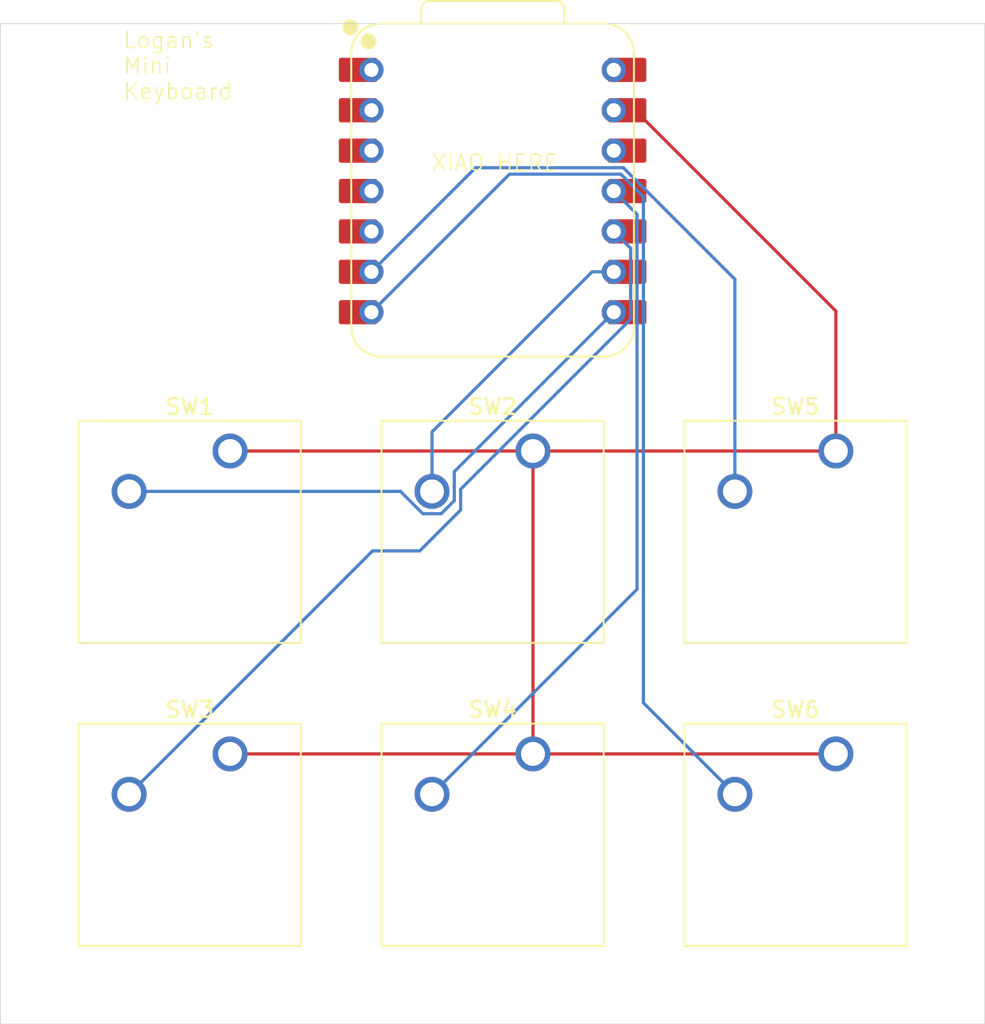
<source format=kicad_pcb>
(kicad_pcb (version 20241229) (generator "pcbnew") (generator_version "9.0")
  (layers (0 "F.Cu" signal) (2 "B.Cu" signal) (13 "F.Paste" user) (15 "B.Paste" user) (5 "F.SilkS" user "F.Silkscreen") (7 "B.SilkS" user "B.Silkscreen") (1 "F.Mask" user) (3 "B.Mask" user) (25 "Edge.Cuts" user))
  (net 0 "")
  (net 1 "Net-(D1-DIN)")
  (net 2 "+5V")
  (net 3 "GND")
  (net 4 "Net-(U1-GPIO1{slash}RX)")
  (net 5 "Net-(U1-GPIO2{slash}SCK)")
  (net 6 "Net-(U1-GPIO4{slash}MISO)")
  (net 7 "Net-(U1-GPIO3{slash}MOSI)")
  (net 9 "Net-(U1-GPIO7{slash}SCL)")
  (net 14 "Net-(U1-GPIO0{slash}TX)")
  (footprint "Button_Switch_Keyboard:SW_Cherry_MX_1.00u_PCB" (layer "F.Cu") (at 228.75875 104.4575)
    (property "Reference" "SW4" (at -2.54 -2.794 0) (layer "F.SilkS"))
    (property "Value" "SW_Push")
    (fp_line (start -9.525 -1.905) (end 4.445 -1.905) (stroke (width 0.12)) (layer "F.SilkS"))
    (fp_line (start -9.525 12.065) (end -9.525 -1.905) (stroke (width 0.12)) (layer "F.SilkS"))
    (fp_line (start 4.445 -1.905) (end 4.445 12.065) (stroke (width 0.12)) (layer "F.SilkS"))
    (fp_line (start 4.445 12.065) (end -9.525 12.065) (stroke (width 0.12)) (layer "F.SilkS"))
    (pad "" np_thru_hole circle (at -7.62 5.08) (size 1.7 1.7) (drill 1.7) (layers "*.Cu" "*.Mask"))
    (pad "" np_thru_hole circle (at -2.54 5.08) (size 4 4) (drill 4) (layers "*.Cu" "*.Mask"))
    (pad "" np_thru_hole circle (at 2.54 5.08) (size 1.7 1.7) (drill 1.7) (layers "*.Cu" "*.Mask"))
    (pad "1" thru_hole circle (at 0 0) (size 2.2 2.2) (drill 1.5) (layers "*.Cu" "*.Mask") (net 3 "GND"))
    (pad "2" thru_hole circle (at -6.35 2.54) (size 2.2 2.2) (drill 1.5) (layers "*.Cu" "*.Mask") (net 7 "Net-(U1-GPIO3{slash}MOSI)"))
  )
  (footprint "OPL:XIAO-RP2040-DIP" (layer "F.Cu") (at 226.21875 69.05625)
    (property "Reference" "U1" (hide yes))
    (property "Value" "XIAO-RP2040-DIP")
    (fp_line (start -8.89 8.509) (end -8.89 -8.636) (stroke (width 0.127)) (layer "F.SilkS"))
    (fp_line (start -6.985 10.414) (end 6.985 10.414) (stroke (width 0.127)) (layer "F.SilkS"))
    (fp_line (start -4.495 -10.541) (end -4.491272 -11.451272) (stroke (width 0.127)) (layer "F.SilkS"))
    (fp_line (start -3.991272 -11.951) (end 4.004 -11.951) (stroke (width 0.127)) (layer "F.SilkS"))
    (fp_line (start 4.504 -11.451) (end 4.504 -10.541) (stroke (width 0.127)) (layer "F.SilkS"))
    (fp_line (start 6.985 -10.541) (end -6.985 -10.541) (stroke (width 0.1)) (layer "F.SilkS"))
    (fp_line (start 6.985 -10.541) (end -6.985 -10.541) (stroke (width 0.127)) (layer "F.SilkS"))
    (fp_line (start 8.89 8.509) (end 8.89 -8.636) (stroke (width 0.127)) (layer "F.SilkS"))
    (fp_arc (start -8.89 -8.636) (mid -8.332038 -9.983038) (end -6.985 -10.541) (stroke (width 0.127)) (layer "F.SilkS"))
    (fp_arc (start -6.985 10.414) (mid -8.332038 9.856038) (end -8.89 8.509) (stroke (width 0.127)) (layer "F.SilkS"))
    (fp_arc (start -4.491272 -11.451272) (mid -4.344728 -11.80464) (end -3.991272 -11.951) (stroke (width 0.127)) (layer "F.SilkS"))
    (fp_arc (start 4.004 -11.951) (mid 4.357553 -11.804553) (end 4.504 -11.451) (stroke (width 0.127)) (layer "F.SilkS"))
    (fp_arc (start 6.985 -10.541) (mid 8.332038 -9.983038) (end 8.89 -8.636) (stroke (width 0.127)) (layer "F.SilkS"))
    (fp_arc (start 8.89 8.509) (mid 8.332038 9.856038) (end 6.985 10.414) (stroke (width 0.127)) (layer "F.SilkS"))
    (fp_circle (center -8.95 -10.3) (end -8.95 -10.554) (stroke (width 0.5)) (fill yes) (layer "F.SilkS"))
    (fp_circle (center -7.807 -9.42) (end -7.807 -9.674) (stroke (width 0.5)) (fill yes) (layer "F.SilkS"))
    (pad "1" smd roundrect (at -8.455 -7.62 180) (size 2.432 1.524) (layers "F.Cu" "F.Mask") (roundrect_rratio 0.1))
    (pad "1" thru_hole circle (at -7.62 -7.62 180) (size 1.524 1.524) (drill 0.889) (layers "*.Cu" "*.Mask"))
    (pad "2" smd roundrect (at -8.455 -5.08 180) (size 2.432 1.524) (layers "F.Cu" "F.Mask") (roundrect_rratio 0.1))
    (pad "2" thru_hole circle (at -7.62 -5.08 180) (size 1.524 1.524) (drill 0.889) (layers "*.Cu" "*.Mask"))
    (pad "3" smd roundrect (at -8.455 -2.54 180) (size 2.432 1.524) (layers "F.Cu" "F.Mask") (roundrect_rratio 0.1))
    (pad "3" thru_hole circle (at -7.62 -2.54 180) (size 1.524 1.524) (drill 0.889) (layers "*.Cu" "*.Mask"))
    (pad "4" smd roundrect (at -8.455 0 180) (size 2.432 1.524) (layers "F.Cu" "F.Mask") (roundrect_rratio 0.1))
    (pad "4" thru_hole circle (at -7.62 0 180) (size 1.524 1.524) (drill 0.889) (layers "*.Cu" "*.Mask"))
    (pad "5" smd roundrect (at -8.455 2.54 180) (size 2.432 1.524) (layers "F.Cu" "F.Mask") (roundrect_rratio 0.1) (net 1 "Net-(D1-DIN)"))
    (pad "5" thru_hole circle (at -7.62 2.54 180) (size 1.524 1.524) (drill 0.889) (layers "*.Cu" "*.Mask") (net 1 "Net-(D1-DIN)"))
    (pad "6" smd roundrect (at -8.455 5.08 180) (size 2.432 1.524) (layers "F.Cu" "F.Mask") (roundrect_rratio 0.1) (net 9 "Net-(U1-GPIO7{slash}SCL)"))
    (pad "6" thru_hole circle (at -7.62 5.08 180) (size 1.524 1.524) (drill 0.889) (layers "*.Cu" "*.Mask") (net 9 "Net-(U1-GPIO7{slash}SCL)"))
    (pad "7" smd roundrect (at -8.455 7.62 180) (size 2.432 1.524) (layers "F.Cu" "F.Mask") (roundrect_rratio 0.1) (net 14 "Net-(U1-GPIO0{slash}TX)"))
    (pad "7" thru_hole circle (at -7.62 7.62 180) (size 1.524 1.524) (drill 0.889) (layers "*.Cu" "*.Mask") (net 14 "Net-(U1-GPIO0{slash}TX)"))
    (pad "8" thru_hole circle (at 7.62 7.62) (size 1.524 1.524) (drill 0.889) (layers "*.Cu" "*.Mask") (net 4 "Net-(U1-GPIO1{slash}RX)"))
    (pad "8" smd roundrect (at 8.455 7.62) (size 2.432 1.524) (layers "F.Cu" "F.Mask") (roundrect_rratio 0.1) (net 4 "Net-(U1-GPIO1{slash}RX)"))
    (pad "9" thru_hole circle (at 7.62 5.08) (size 1.524 1.524) (drill 0.889) (layers "*.Cu" "*.Mask") (net 5 "Net-(U1-GPIO2{slash}SCK)"))
    (pad "9" smd roundrect (at 8.455 5.08) (size 2.432 1.524) (layers "F.Cu" "F.Mask") (roundrect_rratio 0.1) (net 5 "Net-(U1-GPIO2{slash}SCK)"))
    (pad "10" thru_hole circle (at 7.62 2.54) (size 1.524 1.524) (drill 0.889) (layers "*.Cu" "*.Mask") (net 6 "Net-(U1-GPIO4{slash}MISO)"))
    (pad "10" smd roundrect (at 8.455 2.54) (size 2.432 1.524) (layers "F.Cu" "F.Mask") (roundrect_rratio 0.1) (net 6 "Net-(U1-GPIO4{slash}MISO)"))
    (pad "11" thru_hole circle (at 7.62 0) (size 1.524 1.524) (drill 0.889) (layers "*.Cu" "*.Mask") (net 7 "Net-(U1-GPIO3{slash}MOSI)"))
    (pad "11" smd roundrect (at 8.455 0) (size 2.432 1.524) (layers "F.Cu" "F.Mask") (roundrect_rratio 0.1) (net 7 "Net-(U1-GPIO3{slash}MOSI)"))
    (pad "12" thru_hole circle (at 7.62 -2.54) (size 1.524 1.524) (drill 0.889) (layers "*.Cu" "*.Mask"))
    (pad "12" smd roundrect (at 8.455 -2.54) (size 2.432 1.524) (layers "F.Cu" "F.Mask") (roundrect_rratio 0.1))
    (pad "13" thru_hole circle (at 7.62 -5.08) (size 1.524 1.524) (drill 0.889) (layers "*.Cu" "*.Mask") (net 3 "GND"))
    (pad "13" smd roundrect (at 8.455 -5.08) (size 2.432 1.524) (layers "F.Cu" "F.Mask") (roundrect_rratio 0.1) (net 3 "GND"))
    (pad "14" thru_hole circle (at 7.62 -7.62) (size 1.524 1.524) (drill 0.889) (layers "*.Cu" "*.Mask") (net 2 "+5V"))
    (pad "14" smd roundrect (at 8.455 -7.62) (size 2.432 1.524) (layers "F.Cu" "F.Mask") (roundrect_rratio 0.1) (net 2 "+5V"))
  )
  (footprint "Button_Switch_Keyboard:SW_Cherry_MX_1.00u_PCB" (layer "F.Cu") (at 209.70875 85.4075)
    (property "Reference" "SW1" (at -2.54 -2.794 0) (layer "F.SilkS"))
    (property "Value" "SW_Push")
    (fp_line (start -9.525 -1.905) (end 4.445 -1.905) (stroke (width 0.12)) (layer "F.SilkS"))
    (fp_line (start -9.525 12.065) (end -9.525 -1.905) (stroke (width 0.12)) (layer "F.SilkS"))
    (fp_line (start 4.445 -1.905) (end 4.445 12.065) (stroke (width 0.12)) (layer "F.SilkS"))
    (fp_line (start 4.445 12.065) (end -9.525 12.065) (stroke (width 0.12)) (layer "F.SilkS"))
    (pad "" np_thru_hole circle (at -7.62 5.08) (size 1.7 1.7) (drill 1.7) (layers "*.Cu" "*.Mask"))
    (pad "" np_thru_hole circle (at -2.54 5.08) (size 4 4) (drill 4) (layers "*.Cu" "*.Mask"))
    (pad "" np_thru_hole circle (at 2.54 5.08) (size 1.7 1.7) (drill 1.7) (layers "*.Cu" "*.Mask"))
    (pad "1" thru_hole circle (at 0 0) (size 2.2 2.2) (drill 1.5) (layers "*.Cu" "*.Mask") (net 3 "GND"))
    (pad "2" thru_hole circle (at -6.35 2.54) (size 2.2 2.2) (drill 1.5) (layers "*.Cu" "*.Mask") (net 4 "Net-(U1-GPIO1{slash}RX)"))
  )
  (footprint "Button_Switch_Keyboard:SW_Cherry_MX_1.00u_PCB" (layer "F.Cu") (at 247.80875 104.4575)
    (property "Reference" "SW6" (at -2.54 -2.794 0) (layer "F.SilkS"))
    (property "Value" "SW_Push")
    (fp_line (start -9.525 -1.905) (end 4.445 -1.905) (stroke (width 0.12)) (layer "F.SilkS"))
    (fp_line (start -9.525 12.065) (end -9.525 -1.905) (stroke (width 0.12)) (layer "F.SilkS"))
    (fp_line (start 4.445 -1.905) (end 4.445 12.065) (stroke (width 0.12)) (layer "F.SilkS"))
    (fp_line (start 4.445 12.065) (end -9.525 12.065) (stroke (width 0.12)) (layer "F.SilkS"))
    (pad "" np_thru_hole circle (at -7.62 5.08) (size 1.7 1.7) (drill 1.7) (layers "*.Cu" "*.Mask"))
    (pad "" np_thru_hole circle (at -2.54 5.08) (size 4 4) (drill 4) (layers "*.Cu" "*.Mask"))
    (pad "" np_thru_hole circle (at 2.54 5.08) (size 1.7 1.7) (drill 1.7) (layers "*.Cu" "*.Mask"))
    (pad "1" thru_hole circle (at 0 0) (size 2.2 2.2) (drill 1.5) (layers "*.Cu" "*.Mask") (net 3 "GND"))
    (pad "2" thru_hole circle (at -6.35 2.54) (size 2.2 2.2) (drill 1.5) (layers "*.Cu" "*.Mask") (net 14 "Net-(U1-GPIO0{slash}TX)"))
  )
  (footprint "Button_Switch_Keyboard:SW_Cherry_MX_1.00u_PCB" (layer "F.Cu") (at 228.75875 85.4075)
    (property "Reference" "SW2" (at -2.54 -2.794 0) (layer "F.SilkS"))
    (property "Value" "SW_Push")
    (fp_line (start -9.525 -1.905) (end 4.445 -1.905) (stroke (width 0.12)) (layer "F.SilkS"))
    (fp_line (start -9.525 12.065) (end -9.525 -1.905) (stroke (width 0.12)) (layer "F.SilkS"))
    (fp_line (start 4.445 -1.905) (end 4.445 12.065) (stroke (width 0.12)) (layer "F.SilkS"))
    (fp_line (start 4.445 12.065) (end -9.525 12.065) (stroke (width 0.12)) (layer "F.SilkS"))
    (pad "" np_thru_hole circle (at -7.62 5.08) (size 1.7 1.7) (drill 1.7) (layers "*.Cu" "*.Mask"))
    (pad "" np_thru_hole circle (at -2.54 5.08) (size 4 4) (drill 4) (layers "*.Cu" "*.Mask"))
    (pad "" np_thru_hole circle (at 2.54 5.08) (size 1.7 1.7) (drill 1.7) (layers "*.Cu" "*.Mask"))
    (pad "1" thru_hole circle (at 0 0) (size 2.2 2.2) (drill 1.5) (layers "*.Cu" "*.Mask") (net 3 "GND"))
    (pad "2" thru_hole circle (at -6.35 2.54) (size 2.2 2.2) (drill 1.5) (layers "*.Cu" "*.Mask") (net 5 "Net-(U1-GPIO2{slash}SCK)"))
  )
  (footprint "Button_Switch_Keyboard:SW_Cherry_MX_1.00u_PCB" (layer "F.Cu") (at 247.80875 85.4075)
    (property "Reference" "SW5" (at -2.54 -2.794 0) (layer "F.SilkS"))
    (property "Value" "SW_Push")
    (fp_line (start -9.525 -1.905) (end 4.445 -1.905) (stroke (width 0.12)) (layer "F.SilkS"))
    (fp_line (start -9.525 12.065) (end -9.525 -1.905) (stroke (width 0.12)) (layer "F.SilkS"))
    (fp_line (start 4.445 -1.905) (end 4.445 12.065) (stroke (width 0.12)) (layer "F.SilkS"))
    (fp_line (start 4.445 12.065) (end -9.525 12.065) (stroke (width 0.12)) (layer "F.SilkS"))
    (pad "" np_thru_hole circle (at -7.62 5.08) (size 1.7 1.7) (drill 1.7) (layers "*.Cu" "*.Mask"))
    (pad "" np_thru_hole circle (at -2.54 5.08) (size 4 4) (drill 4) (layers "*.Cu" "*.Mask"))
    (pad "" np_thru_hole circle (at 2.54 5.08) (size 1.7 1.7) (drill 1.7) (layers "*.Cu" "*.Mask"))
    (pad "1" thru_hole circle (at 0 0) (size 2.2 2.2) (drill 1.5) (layers "*.Cu" "*.Mask") (net 3 "GND"))
    (pad "2" thru_hole circle (at -6.35 2.54) (size 2.2 2.2) (drill 1.5) (layers "*.Cu" "*.Mask") (net 9 "Net-(U1-GPIO7{slash}SCL)"))
  )
  (footprint "Button_Switch_Keyboard:SW_Cherry_MX_1.00u_PCB" (layer "F.Cu") (at 209.70875 104.4575)
    (property "Reference" "SW3" (at -2.54 -2.794 0) (layer "F.SilkS"))
    (property "Value" "SW_Push")
    (fp_line (start -9.525 -1.905) (end 4.445 -1.905) (stroke (width 0.12)) (layer "F.SilkS"))
    (fp_line (start -9.525 12.065) (end -9.525 -1.905) (stroke (width 0.12)) (layer "F.SilkS"))
    (fp_line (start 4.445 -1.905) (end 4.445 12.065) (stroke (width 0.12)) (layer "F.SilkS"))
    (fp_line (start 4.445 12.065) (end -9.525 12.065) (stroke (width 0.12)) (layer "F.SilkS"))
    (pad "" np_thru_hole circle (at -7.62 5.08) (size 1.7 1.7) (drill 1.7) (layers "*.Cu" "*.Mask"))
    (pad "" np_thru_hole circle (at -2.54 5.08) (size 4 4) (drill 4) (layers "*.Cu" "*.Mask"))
    (pad "" np_thru_hole circle (at 2.54 5.08) (size 1.7 1.7) (drill 1.7) (layers "*.Cu" "*.Mask"))
    (pad "1" thru_hole circle (at 0 0) (size 2.2 2.2) (drill 1.5) (layers "*.Cu" "*.Mask") (net 3 "GND"))
    (pad "2" thru_hole circle (at -6.35 2.54) (size 2.2 2.2) (drill 1.5) (layers "*.Cu" "*.Mask") (net 6 "Net-(U1-GPIO4{slash}MISO)"))
  )
  (gr_rect (start 195.2625 58.53125) (end 257.175 121.44375) (stroke (width 0.05)) (fill no) (layer "Edge.Cuts"))
  (gr_text "XIAO HERE" (at 222.31 67.86 0) (layer "F.SilkS") (effects (font (size 1 1) (thickness 0.1)) (justify left bottom)))
  (gr_text "Logan's\nMini\nKeyboard" (at 202.93 63.37 0) (layer "F.SilkS") (effects (font (size 1 1) (thickness 0.1)) (justify left bottom)))
  (segment (start 209.70875 104.4575) (end 247.80875 104.4575) (width 0.2) (layer "F.Cu") (net 3))
  (segment (start 235.1825 63.97625) (end 233.83875 63.97625) (width 0.2) (layer "F.Cu") (net 3))
  (segment (start 247.80875 76.6025) (end 241.1375 69.93125) (width 0.2) (layer "F.Cu") (net 3))
  (segment (start 241.1375 69.93125) (end 235.1825 63.97625) (width 0.2) (layer "F.Cu") (net 3))
  (segment (start 209.70875 85.4075) (end 247.80875 85.4075) (width 0.2) (layer "F.Cu") (net 3))
  (segment (start 228.75875 104.4575) (end 228.75875 85.4075) (width 0.2) (layer "F.Cu") (net 3))
  (segment (start 247.80875 85.4075) (end 247.80875 76.6025) (width 0.2) (layer "F.Cu") (net 3))
  (segment (start 220.427436 87.9475) (end 221.828436 89.3485) (width 0.2) (layer "B.Cu") (net 4))
  (segment (start 223.80975 88.527814) (end 223.80975 86.70525) (width 0.2) (layer "B.Cu") (net 4))
  (segment (start 222.989064 89.3485) (end 223.80975 88.527814) (width 0.2) (layer "B.Cu") (net 4))
  (segment (start 203.35875 87.9475) (end 220.427436 87.9475) (width 0.2) (layer "B.Cu") (net 4))
  (segment (start 223.80975 86.70525) (end 233.83875 76.67625) (width 0.2) (layer "B.Cu") (net 4))
  (segment (start 221.828436 89.3485) (end 222.989064 89.3485) (width 0.2) (layer "B.Cu") (net 4))
  (segment (start 232.4779 74.13625) (end 233.83875 74.13625) (width 0.2) (layer "B.Cu") (net 5))
  (segment (start 222.40875 84.2054) (end 232.4779 74.13625) (width 0.2) (layer "B.Cu") (net 5))
  (segment (start 222.40875 87.9475) (end 222.40875 84.2054) (width 0.2) (layer "B.Cu") (net 5))
  (segment (start 224.21075 89.11397) (end 224.21075 87.80756) (width 0.2) (layer "B.Cu") (net 6))
  (segment (start 203.35875 106.9975) (end 218.66775 91.6885) (width 0.2) (layer "B.Cu") (net 6))
  (segment (start 224.21075 87.80756) (end 234.90175 77.11656) (width 0.2) (layer "B.Cu") (net 6))
  (segment (start 234.90175 77.11656) (end 234.90175 72.65925) (width 0.2) (layer "B.Cu") (net 6))
  (segment (start 234.90175 72.65925) (end 233.83875 71.59625) (width 0.2) (layer "B.Cu") (net 6))
  (segment (start 221.63622 91.6885) (end 224.21075 89.11397) (width 0.2) (layer "B.Cu") (net 6))
  (segment (start 218.66775 91.6885) (end 221.63622 91.6885) (width 0.2) (layer "B.Cu") (net 6))
  (segment (start 222.40875 106.9975) (end 235.30275 94.1035) (width 0.2) (layer "B.Cu") (net 7))
  (segment (start 235.30275 70.52025) (end 233.83875 69.05625) (width 0.2) (layer "B.Cu") (net 7))
  (segment (start 235.30275 94.1035) (end 235.30275 70.52025) (width 0.2) (layer "B.Cu") (net 7))
  (segment (start 225.14275 67.59225) (end 218.59875 74.13625) (width 0.2) (layer "B.Cu") (net 9))
  (segment (start 241.45875 87.9475) (end 241.45875 74.60584) (width 0.2) (layer "B.Cu") (net 9))
  (segment (start 241.45875 74.60584) (end 234.44516 67.59225) (width 0.2) (layer "B.Cu") (net 9))
  (segment (start 234.44516 67.59225) (end 225.14275 67.59225) (width 0.2) (layer "B.Cu") (net 9))
  (segment (start 235.70375 101.2425) (end 235.70375 69.41794) (width 0.2) (layer "B.Cu") (net 14))
  (segment (start 227.28175 67.99325) (end 218.59875 76.67625) (width 0.2) (layer "B.Cu") (net 14))
  (segment (start 234.27906 67.99325) (end 227.28175 67.99325) (width 0.2) (layer "B.Cu") (net 14))
  (segment (start 235.70375 69.41794) (end 234.27906 67.99325) (width 0.2) (layer "B.Cu") (net 14))
  (segment (start 241.45875 106.9975) (end 235.70375 101.2425) (width 0.2) (layer "B.Cu") (net 14))
)
</source>
